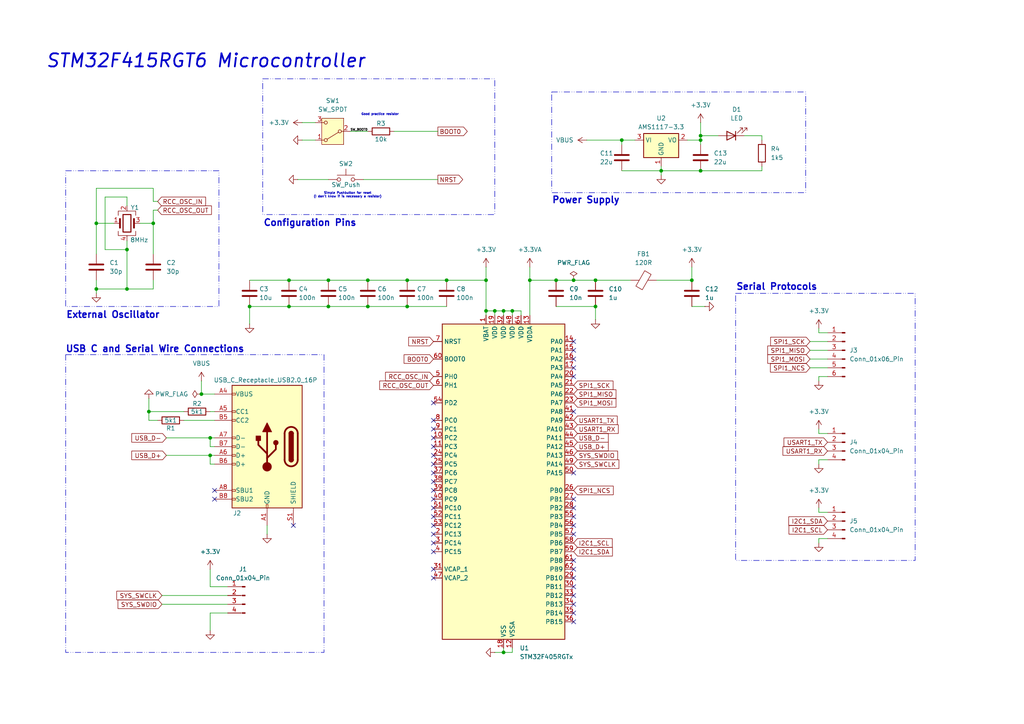
<source format=kicad_sch>
(kicad_sch (version 20250114) (generator "eeschema") (generator_version "9.0")
  (paper "A4")
  (title_block (title "SMT32 Serial Protocols Test") (date "2025-09-10") (rev "0.1") (company "Breno Soares Alves"))
  (lib_symbols
    (symbol "Connector:Conn_01x04_Pin" (pin_names (offset 1.016) (hide yes))
      (property "Reference" "J" (at 0 5.08 0))
      (property "Value" "Conn_01x04_Pin" (at 0 -7.62 0))
      (symbol "Conn_01x04_Pin_1_1"
        (rectangle (start 0.8636 2.667) (end 0 2.413) (stroke (width 0.1524)) (fill (type outline)))
        (rectangle (start 0.8636 0.127) (end 0 -0.127) (stroke (width 0.1524)) (fill (type outline)))
        (rectangle (start 0.8636 -2.413) (end 0 -2.667) (stroke (width 0.1524)) (fill (type outline)))
        (rectangle (start 0.8636 -4.953) (end 0 -5.207) (stroke (width 0.1524)) (fill (type outline)))
        (polyline (pts (xy 1.27 2.54) (xy 0.8636 2.54)) (stroke (width 0.1524)))
        (polyline (pts (xy 1.27 0) (xy 0.8636 0)) (stroke (width 0.1524)))
        (polyline (pts (xy 1.27 -2.54) (xy 0.8636 -2.54)) (stroke (width 0.1524)))
        (polyline (pts (xy 1.27 -5.08) (xy 0.8636 -5.08)) (stroke (width 0.1524)))
        (pin passive line (at 5.08 2.54 180) (length 3.81) (name "Pin_1") (number "1"))
        (pin passive line (at 5.08 0 180) (length 3.81) (name "Pin_2") (number "2"))
        (pin passive line (at 5.08 -2.54 180) (length 3.81) (name "Pin_3") (number "3"))
        (pin passive line (at 5.08 -5.08 180) (length 3.81) (name "Pin_4") (number "4"))
      )
    )
    (symbol "Connector:Conn_01x06_Pin" (pin_names (offset 1.016) (hide yes))
      (property "Reference" "J" (at 0 7.62 0))
      (property "Value" "Conn_01x06_Pin" (at 0 -10.16 0))
      (symbol "Conn_01x06_Pin_1_1"
        (rectangle (start 0.8636 5.207) (end 0 4.953) (stroke (width 0.1524)) (fill (type outline)))
        (rectangle (start 0.8636 2.667) (end 0 2.413) (stroke (width 0.1524)) (fill (type outline)))
        (rectangle (start 0.8636 0.127) (end 0 -0.127) (stroke (width 0.1524)) (fill (type outline)))
        (rectangle (start 0.8636 -2.413) (end 0 -2.667) (stroke (width 0.1524)) (fill (type outline)))
        (rectangle (start 0.8636 -4.953) (end 0 -5.207) (stroke (width 0.1524)) (fill (type outline)))
        (rectangle (start 0.8636 -7.493) (end 0 -7.747) (stroke (width 0.1524)) (fill (type outline)))
        (polyline (pts (xy 1.27 5.08) (xy 0.8636 5.08)) (stroke (width 0.1524)))
        (polyline (pts (xy 1.27 2.54) (xy 0.8636 2.54)) (stroke (width 0.1524)))
        (polyline (pts (xy 1.27 0) (xy 0.8636 0)) (stroke (width 0.1524)))
        (polyline (pts (xy 1.27 -2.54) (xy 0.8636 -2.54)) (stroke (width 0.1524)))
        (polyline (pts (xy 1.27 -5.08) (xy 0.8636 -5.08)) (stroke (width 0.1524)))
        (polyline (pts (xy 1.27 -7.62) (xy 0.8636 -7.62)) (stroke (width 0.1524)))
        (pin passive line (at 5.08 5.08 180) (length 3.81) (name "Pin_1") (number "1"))
        (pin passive line (at 5.08 2.54 180) (length 3.81) (name "Pin_2") (number "2"))
        (pin passive line (at 5.08 0 180) (length 3.81) (name "Pin_3") (number "3"))
        (pin passive line (at 5.08 -2.54 180) (length 3.81) (name "Pin_4") (number "4"))
        (pin passive line (at 5.08 -5.08 180) (length 3.81) (name "Pin_5") (number "5"))
        (pin passive line (at 5.08 -7.62 180) (length 3.81) (name "Pin_6") (number "6"))
      )
    )
    (symbol "Connector:USB_C_Receptacle_USB2.0_16P" (pin_names (offset 1.016))
      (property "Reference" "J" (at 0 22.225 0))
      (property "Value" "USB_C_Receptacle_USB2.0_16P" (at 0 19.685 0))
      (symbol "USB_C_Receptacle_USB2.0_16P_0_0"
        (rectangle (start -0.254 -17.78) (end 0.254 -16.764))
        (rectangle (start 10.16 15.494) (end 9.144 14.986))
        (rectangle (start 10.16 10.414) (end 9.144 9.906))
        (rectangle (start 10.16 7.874) (end 9.144 7.366))
        (rectangle (start 10.16 2.794) (end 9.144 2.286))
        (rectangle (start 10.16 0.254) (end 9.144 -0.254))
        (rectangle (start 10.16 -2.286) (end 9.144 -2.794))
        (rectangle (start 10.16 -4.826) (end 9.144 -5.334))
        (rectangle (start 10.16 -12.446) (end 9.144 -12.954))
        (rectangle (start 10.16 -14.986) (end 9.144 -15.494))
      )
      (symbol "USB_C_Receptacle_USB2.0_16P_0_1"
        (rectangle (start -10.16 17.78) (end 10.16 -17.78) (stroke (width 0.254)) (fill (type background)))
        (polyline (pts (xy -8.89 -3.81) (xy -8.89 3.81)) (stroke (width 0.508)))
        (rectangle (start -7.62 -3.81) (end -6.35 3.81) (stroke (width 0.254)) (fill (type outline)))
        (arc (start -7.62 3.81) (mid -6.985 4.4423) (end -6.35 3.81) (stroke (width 0.254)))
        (arc (start -7.62 3.81) (mid -6.985 4.4423) (end -6.35 3.81) (stroke (width 0.254)) (fill (type outline)))
        (arc (start -8.89 3.81) (mid -6.985 5.7067) (end -5.08 3.81) (stroke (width 0.508)))
        (arc (start -5.08 -3.81) (mid -6.985 -5.7067) (end -8.89 -3.81) (stroke (width 0.508)))
        (arc (start -6.35 -3.81) (mid -6.985 -4.4423) (end -7.62 -3.81) (stroke (width 0.254)))
        (arc (start -6.35 -3.81) (mid -6.985 -4.4423) (end -7.62 -3.81) (stroke (width 0.254)) (fill (type outline)))
        (polyline (pts (xy -5.08 3.81) (xy -5.08 -3.81)) (stroke (width 0.508)))
        (circle (center -2.54 1.143) (radius 0.635) (stroke (width 0.254)) (fill (type outline)))
        (polyline (pts (xy -1.27 4.318) (xy 0 6.858) (xy 1.27 4.318) (xy -1.27 4.318)) (stroke (width 0.254)) (fill (type outline)))
        (polyline (pts (xy 0 -2.032) (xy 2.54 0.508) (xy 2.54 1.778)) (stroke (width 0.508)))
        (polyline (pts (xy 0 -3.302) (xy -2.54 -0.762) (xy -2.54 0.508)) (stroke (width 0.508)))
        (polyline (pts (xy 0 -5.842) (xy 0 4.318)) (stroke (width 0.508)))
        (circle (center 0 -5.842) (radius 1.27) (fill (type outline)))
        (rectangle (start 1.905 1.778) (end 3.175 3.048) (stroke (width 0.254)) (fill (type outline)))
      )
      (symbol "USB_C_Receptacle_USB2.0_16P_1_1"
        (pin passive line (at -7.62 -22.86 90) (length 5.08) (name "SHIELD") (number "S1"))
        (pin passive line (at 0 -22.86 90) (length 5.08) (name "GND") (number "A1"))
        (pin passive line (at 0 -22.86 90) (length 5.08) (hide yes) (name "GND") (number "A12"))
        (pin passive line (at 0 -22.86 90) (length 5.08) (hide yes) (name "GND") (number "B1"))
        (pin passive line (at 0 -22.86 90) (length 5.08) (hide yes) (name "GND") (number "B12"))
        (pin passive line (at 15.24 15.24 180) (length 5.08) (name "VBUS") (number "A4"))
        (pin passive line (at 15.24 15.24 180) (length 5.08) (hide yes) (name "VBUS") (number "A9"))
        (pin passive line (at 15.24 15.24 180) (length 5.08) (hide yes) (name "VBUS") (number "B4"))
        (pin passive line (at 15.24 15.24 180) (length 5.08) (hide yes) (name "VBUS") (number "B9"))
        (pin bidirectional line (at 15.24 10.16 180) (length 5.08) (name "CC1") (number "A5"))
        (pin bidirectional line (at 15.24 7.62 180) (length 5.08) (name "CC2") (number "B5"))
        (pin bidirectional line (at 15.24 2.54 180) (length 5.08) (name "D-") (number "A7"))
        (pin bidirectional line (at 15.24 0 180) (length 5.08) (name "D-") (number "B7"))
        (pin bidirectional line (at 15.24 -2.54 180) (length 5.08) (name "D+") (number "A6"))
        (pin bidirectional line (at 15.24 -5.08 180) (length 5.08) (name "D+") (number "B6"))
        (pin bidirectional line (at 15.24 -12.7 180) (length 5.08) (name "SBU1") (number "A8"))
        (pin bidirectional line (at 15.24 -15.24 180) (length 5.08) (name "SBU2") (number "B8"))
      )
    )
    (symbol "Device:C" (pin_numbers (hide yes)) (pin_names (offset 0.254))
      (property "Reference" "C" (at 0.635 2.54 0))
      (property "Value" "C" (at 0.635 -2.54 0))
      (symbol "C_0_1"
        (polyline (pts (xy -2.032 0.762) (xy 2.032 0.762)) (stroke (width 0.508)))
        (polyline (pts (xy -2.032 -0.762) (xy 2.032 -0.762)) (stroke (width 0.508)))
      )
      (symbol "C_1_1"
        (pin passive line (at 0 3.81 270) (length 2.794) (name "~") (number "1"))
        (pin passive line (at 0 -3.81 90) (length 2.794) (name "~") (number "2"))
      )
    )
    (symbol "Device:Crystal_GND24" (pin_names (offset 1.016) (hide yes))
      (property "Reference" "Y" (at 3.175 5.08 0))
      (property "Value" "Crystal_GND24" (at 3.175 3.175 0))
      (symbol "Crystal_GND24_0_1"
        (polyline (pts (xy -2.54 2.286) (xy -2.54 3.556) (xy 2.54 3.556) (xy 2.54 2.286)))
        (polyline (pts (xy -2.54 0) (xy -2.032 0)))
        (polyline (pts (xy -2.54 -2.286) (xy -2.54 -3.556) (xy 2.54 -3.556) (xy 2.54 -2.286)))
        (polyline (pts (xy -2.032 -1.27) (xy -2.032 1.27)) (stroke (width 0.508)))
        (rectangle (start -1.143 2.54) (end 1.143 -2.54) (stroke (width 0.3048)))
        (polyline (pts (xy 0 3.556) (xy 0 3.81)))
        (polyline (pts (xy 0 -3.81) (xy 0 -3.556)))
        (polyline (pts (xy 2.032 0) (xy 2.54 0)))
        (polyline (pts (xy 2.032 -1.27) (xy 2.032 1.27)) (stroke (width 0.508)))
      )
      (symbol "Crystal_GND24_1_1"
        (pin passive line (at -3.81 0 0) (length 1.27) (name "1") (number "1"))
        (pin passive line (at 0 5.08 270) (length 1.27) (name "2") (number "2"))
        (pin passive line (at 0 -5.08 90) (length 1.27) (name "4") (number "4"))
        (pin passive line (at 3.81 0 180) (length 1.27) (name "3") (number "3"))
      )
    )
    (symbol "Device:FerriteBead" (pin_numbers (hide yes)) (pin_names (offset 0))
      (property "Reference" "FB" (at -3.81 0.635 90))
      (property "Value" "FerriteBead" (at 3.81 0 90))
      (symbol "FerriteBead_0_1"
        (polyline (pts (xy -2.7686 0.4064) (xy -1.7018 2.2606) (xy 2.7686 -0.3048) (xy 1.6764 -2.159) (xy -2.7686 0.4064)))
        (polyline (pts (xy 0 1.27) (xy 0 1.2954)))
        (polyline (pts (xy 0 -1.27) (xy 0 -1.2192)))
      )
      (symbol "FerriteBead_1_1"
        (pin passive line (at 0 3.81 270) (length 2.54) (name "~") (number "1"))
        (pin passive line (at 0 -3.81 90) (length 2.54) (name "~") (number "2"))
      )
    )
    (symbol "Device:LED" (pin_numbers (hide yes)) (pin_names (offset 1.016) (hide yes))
      (property "Reference" "D" (at 0 2.54 0))
      (property "Value" "LED" (at 0 -2.54 0))
      (symbol "LED_0_1"
        (polyline (pts (xy -3.048 -0.762) (xy -4.572 -2.286) (xy -3.81 -2.286) (xy -4.572 -2.286) (xy -4.572 -1.524)))
        (polyline (pts (xy -1.778 -0.762) (xy -3.302 -2.286) (xy -2.54 -2.286) (xy -3.302 -2.286) (xy -3.302 -1.524)))
        (polyline (pts (xy -1.27 0) (xy 1.27 0)))
        (polyline (pts (xy -1.27 -1.27) (xy -1.27 1.27)) (stroke (width 0.254)))
        (polyline (pts (xy 1.27 -1.27) (xy 1.27 1.27) (xy -1.27 0) (xy 1.27 -1.27)) (stroke (width 0.254)))
      )
      (symbol "LED_1_1"
        (pin passive line (at -3.81 0 0) (length 2.54) (name "K") (number "1"))
        (pin passive line (at 3.81 0 180) (length 2.54) (name "A") (number "2"))
      )
    )
    (symbol "Device:R" (pin_numbers (hide yes)) (pin_names (offset 0))
      (property "Reference" "R" (at 2.032 0 90))
      (property "Value" "R" (at 0 0 90))
      (symbol "R_0_1"
        (rectangle (start -1.016 -2.54) (end 1.016 2.54) (stroke (width 0.254)))
      )
      (symbol "R_1_1"
        (pin passive line (at 0 3.81 270) (length 1.27) (name "~") (number "1"))
        (pin passive line (at 0 -3.81 90) (length 1.27) (name "~") (number "2"))
      )
    )
    (symbol "MCU_ST_STM32F4:STM32F405RGTx"
      (property "Reference" "U" (at -17.78 46.99 0))
      (property "Value" "STM32F405RGTx" (at 10.16 46.99 0))
      (symbol "STM32F405RGTx_0_1"
        (rectangle (start -17.78 -45.72) (end 17.78 45.72) (stroke (width 0.254)) (fill (type background)))
      )
      (symbol "STM32F405RGTx_1_1"
        (pin input line (at -20.32 40.64 0) (length 2.54) (name "NRST") (number "7"))
        (pin input line (at -20.32 35.56 0) (length 2.54) (name "BOOT0") (number "60"))
        (pin bidirectional line (at -20.32 30.48 0) (length 2.54) (name "PH0") (number "5"))
        (pin bidirectional line (at -20.32 27.94 0) (length 2.54) (name "PH1") (number "6"))
        (pin bidirectional line (at -20.32 22.86 0) (length 2.54) (name "PD2") (number "54"))
        (pin bidirectional line (at -20.32 17.78 0) (length 2.54) (name "PC0") (number "8"))
        (pin bidirectional line (at -20.32 15.24 0) (length 2.54) (name "PC1") (number "9"))
        (pin bidirectional line (at -20.32 12.7 0) (length 2.54) (name "PC2") (number "10"))
        (pin bidirectional line (at -20.32 10.16 0) (length 2.54) (name "PC3") (number "11"))
        (pin bidirectional line (at -20.32 7.62 0) (length 2.54) (name "PC4") (number "24"))
        (pin bidirectional line (at -20.32 5.08 0) (length 2.54) (name "PC5") (number "25"))
        (pin bidirectional line (at -20.32 2.54 0) (length 2.54) (name "PC6") (number "37"))
        (pin bidirectional line (at -20.32 0 0) (length 2.54) (name "PC7") (number "38"))
        (pin bidirectional line (at -20.32 -2.54 0) (length 2.54) (name "PC8") (number "39"))
        (pin bidirectional line (at -20.32 -5.08 0) (length 2.54) (name "PC9") (number "40"))
        (pin bidirectional line (at -20.32 -7.62 0) (length 2.54) (name "PC10") (number "51"))
        (pin bidirectional line (at -20.32 -10.16 0) (length 2.54) (name "PC11") (number "52"))
        (pin bidirectional line (at -20.32 -12.7 0) (length 2.54) (name "PC12") (number "53"))
        (pin bidirectional line (at -20.32 -15.24 0) (length 2.54) (name "PC13") (number "2"))
        (pin bidirectional line (at -20.32 -17.78 0) (length 2.54) (name "PC14") (number "3"))
        (pin bidirectional line (at -20.32 -20.32 0) (length 2.54) (name "PC15") (number "4"))
        (pin power_out line (at -20.32 -25.4 0) (length 2.54) (name "VCAP_1") (number "31"))
        (pin power_out line (at -20.32 -27.94 0) (length 2.54) (name "VCAP_2") (number "47"))
        (pin power_in line (at -5.08 48.26 270) (length 2.54) (name "VBAT") (number "1"))
        (pin power_in line (at -2.54 48.26 270) (length 2.54) (name "VDD") (number "19"))
        (pin power_in line (at 0 48.26 270) (length 2.54) (name "VDD") (number "32"))
        (pin power_in line (at 0 -48.26 90) (length 2.54) (name "VSS") (number "18"))
        (pin passive line (at 0 -48.26 90) (length 2.54) (hide yes) (name "VSS") (number "63"))
        (pin power_in line (at 2.54 48.26 270) (length 2.54) (name "VDD") (number "48"))
        (pin power_in line (at 2.54 -48.26 90) (length 2.54) (name "VSSA") (number "12"))
        (pin power_in line (at 5.08 48.26 270) (length 2.54) (name "VDD") (number "64"))
        (pin power_in line (at 7.62 48.26 270) (length 2.54) (name "VDDA") (number "13"))
        (pin bidirectional line (at 20.32 40.64 180) (length 2.54) (name "PA0") (number "14"))
        (pin bidirectional line (at 20.32 38.1 180) (length 2.54) (name "PA1") (number "15"))
        (pin bidirectional line (at 20.32 35.56 180) (length 2.54) (name "PA2") (number "16"))
        (pin bidirectional line (at 20.32 33.02 180) (length 2.54) (name "PA3") (number "17"))
        (pin bidirectional line (at 20.32 30.48 180) (length 2.54) (name "PA4") (number "20"))
        (pin bidirectional line (at 20.32 27.94 180) (length 2.54) (name "PA5") (number "21"))
        (pin bidirectional line (at 20.32 25.4 180) (length 2.54) (name "PA6") (number "22"))
        (pin bidirectional line (at 20.32 22.86 180) (length 2.54) (name "PA7") (number "23"))
        (pin bidirectional line (at 20.32 20.32 180) (length 2.54) (name "PA8") (number "41"))
        (pin bidirectional line (at 20.32 17.78 180) (length 2.54) (name "PA9") (number "42"))
        (pin bidirectional line (at 20.32 15.24 180) (length 2.54) (name "PA10") (number "43"))
        (pin bidirectional line (at 20.32 12.7 180) (length 2.54) (name "PA11") (number "44"))
        (pin bidirectional line (at 20.32 10.16 180) (length 2.54) (name "PA12") (number "45"))
        (pin bidirectional line (at 20.32 7.62 180) (length 2.54) (name "PA13") (number "46"))
        (pin bidirectional line (at 20.32 5.08 180) (length 2.54) (name "PA14") (number "49"))
        (pin bidirectional line (at 20.32 2.54 180) (length 2.54) (name "PA15") (number "50"))
        (pin bidirectional line (at 20.32 -2.54 180) (length 2.54) (name "PB0") (number "26"))
        (pin bidirectional line (at 20.32 -5.08 180) (length 2.54) (name "PB1") (number "27"))
        (pin bidirectional line (at 20.32 -7.62 180) (length 2.54) (name "PB2") (number "28"))
        (pin bidirectional line (at 20.32 -10.16 180) (length 2.54) (name "PB3") (number "55"))
        (pin bidirectional line (at 20.32 -12.7 180) (length 2.54) (name "PB4") (number "56"))
        (pin bidirectional line (at 20.32 -15.24 180) (length 2.54) (name "PB5") (number "57"))
        (pin bidirectional line (at 20.32 -17.78 180) (length 2.54) (name "PB6") (number "58"))
        (pin bidirectional line (at 20.32 -20.32 180) (length 2.54) (name "PB7") (number "59"))
        (pin bidirectional line (at 20.32 -22.86 180) (length 2.54) (name "PB8") (number "61"))
        (pin bidirectional line (at 20.32 -25.4 180) (length 2.54) (name "PB9") (number "62"))
        (pin bidirectional line (at 20.32 -27.94 180) (length 2.54) (name "PB10") (number "29"))
        (pin bidirectional line (at 20.32 -30.48 180) (length 2.54) (name "PB11") (number "30"))
        (pin bidirectional line (at 20.32 -33.02 180) (length 2.54) (name "PB12") (number "33"))
        (pin bidirectional line (at 20.32 -35.56 180) (length 2.54) (name "PB13") (number "34"))
        (pin bidirectional line (at 20.32 -38.1 180) (length 2.54) (name "PB14") (number "35"))
        (pin bidirectional line (at 20.32 -40.64 180) (length 2.54) (name "PB15") (number "36"))
      )
    )
    (symbol "Regulator_Linear:AMS1117-3.3"
      (property "Reference" "U" (at -3.81 3.175 0))
      (property "Value" "AMS1117-3.3" (at 0 3.175 0))
      (symbol "AMS1117-3.3_0_1"
        (rectangle (start -5.08 -5.08) (end 5.08 1.905) (stroke (width 0.254)) (fill (type background)))
      )
      (symbol "AMS1117-3.3_1_1"
        (pin power_in line (at -7.62 0 0) (length 2.54) (name "VI") (number "3"))
        (pin power_in line (at 0 -7.62 90) (length 2.54) (name "GND") (number "1"))
        (pin power_out line (at 7.62 0 180) (length 2.54) (name "VO") (number "2"))
      )
    )
    (symbol "Switch:SW_Push" (pin_numbers (hide yes)) (pin_names (offset 1.016) (hide yes))
      (property "Reference" "SW" (at 1.27 2.54 0))
      (property "Value" "SW_Push" (at 0 -1.524 0))
      (symbol "SW_Push_0_1"
        (circle (center -2.032 0) (radius 0.508))
        (polyline (pts (xy 0 1.27) (xy 0 3.048)))
        (circle (center 2.032 0) (radius 0.508))
        (polyline (pts (xy 2.54 1.27) (xy -2.54 1.27)))
        (pin passive line (at -5.08 0 0) (length 2.54) (name "1") (number "1"))
        (pin passive line (at 5.08 0 180) (length 2.54) (name "2") (number "2"))
      )
    )
    (symbol "Switch:SW_SPDT" (pin_names (offset 0) (hide yes))
      (property "Reference" "SW" (at 0 5.08 0))
      (property "Value" "SW_SPDT" (at 0 -5.08 0))
      (symbol "SW_SPDT_0_1"
        (circle (center -2.032 0) (radius 0.4572))
        (polyline (pts (xy -1.651 0.254) (xy 1.651 2.286)))
        (circle (center 2.032 2.54) (radius 0.4572))
        (circle (center 2.032 -2.54) (radius 0.4572))
      )
      (symbol "SW_SPDT_1_1"
        (rectangle (start -3.175 3.81) (end 3.175 -3.81) (fill (type background)))
        (pin passive line (at -5.08 0 0) (length 2.54) (name "B") (number "2"))
        (pin passive line (at 5.08 2.54 180) (length 2.54) (name "A") (number "1"))
        (pin passive line (at 5.08 -2.54 180) (length 2.54) (name "C") (number "3"))
      )
    )
    (symbol "power:+3.3V" (power) (pin_numbers (hide yes)) (pin_names (offset 0) (hide yes))
      (property "Value" "+3.3V" (at 0 3.556 0))
      (symbol "+3.3V_0_1"
        (polyline (pts (xy -0.762 1.27) (xy 0 2.54)))
        (polyline (pts (xy 0 2.54) (xy 0.762 1.27)))
        (polyline (pts (xy 0 0) (xy 0 2.54)))
      )
      (symbol "+3.3V_1_1"
        (pin power_in line (at 0 0 90) (length 0) (name "~") (number "1"))
      )
    )
    (symbol "power:+3.3VA" (power) (pin_numbers (hide yes)) (pin_names (offset 0) (hide yes))
      (property "Value" "+3.3VA" (at 0 3.556 0))
      (symbol "+3.3VA_0_1"
        (polyline (pts (xy -0.762 1.27) (xy 0 2.54)))
        (polyline (pts (xy 0 2.54) (xy 0.762 1.27)))
        (polyline (pts (xy 0 0) (xy 0 2.54)))
      )
      (symbol "+3.3VA_1_1"
        (pin power_in line (at 0 0 90) (length 0) (name "~") (number "1"))
      )
    )
    (symbol "power:GND" (power) (pin_numbers (hide yes)) (pin_names (offset 0) (hide yes))
      (property "Value" "GND" (at 0 -3.81 0))
      (symbol "GND_0_1"
        (polyline (pts (xy 0 0) (xy 0 -1.27) (xy 1.27 -1.27) (xy 0 -2.54) (xy -1.27 -1.27) (xy 0 -1.27)))
      )
      (symbol "GND_1_1"
        (pin power_in line (at 0 0 270) (length 0) (name "~") (number "1"))
      )
    )
    (symbol "power:PWR_FLAG" (power) (pin_numbers (hide yes)) (pin_names (offset 0) (hide yes))
      (property "Value" "PWR_FLAG" (at 0 3.81 0))
      (symbol "PWR_FLAG_0_0"
        (pin power_out line (at 0 0 90) (length 0) (name "~") (number "1"))
      )
      (symbol "PWR_FLAG_0_1"
        (polyline (pts (xy 0 0) (xy 0 1.27) (xy -1.016 1.905) (xy 0 2.54) (xy 1.016 1.905) (xy 0 1.27)))
      )
    )
    (symbol "power:VBUS" (power) (pin_numbers (hide yes)) (pin_names (offset 0) (hide yes))
      (property "Value" "VBUS" (at 0 3.556 0))
      (symbol "VBUS_0_1"
        (polyline (pts (xy -0.762 1.27) (xy 0 2.54)))
        (polyline (pts (xy 0 2.54) (xy 0.762 1.27)))
        (polyline (pts (xy 0 0) (xy 0 2.54)))
      )
      (symbol "VBUS_1_1"
        (pin power_in line (at 0 0 90) (length 0) (name "~") (number "1"))
      )
    )
  )
  (rectangle (start 19.05 49.53) (end 63.5 88.9) (stroke (width 0) (type dash_dot_dot)))
  (rectangle (start 213.36 85.09) (end 265.43 162.56) (stroke (width 0) (type dash_dot_dot)))
  (rectangle (start 76.2 22.86) (end 143.51 62.23) (stroke (width 0) (type dash_dot_dot)))
  (rectangle (start 19.05 102.87) (end 93.98 189.23) (stroke (width 0) (type dash_dot_dot)))
  (rectangle (start 160.02 26.67) (end 233.68 55.88) (stroke (width 0) (type dash_dot_dot)))
  (text "Good practice resistor" (at 110.236 33.274 0) (effects (font (size 0.635 0.635))))
  (text "Configuration Pins" (at 89.916 64.77 0) (effects (font (size 1.905 1.905) (thickness 0.381) (bold yes))))
  (text "STM32F415RGT6 Microcontroller" (at 59.69 17.78 0) (effects (font (size 3.81 3.81) (thickness 0.508) (bold yes) (italic yes))))
  (text "USB C and Serial Wire Connections" (at 44.958 101.346 0) (effects (font (size 1.905 1.905) (thickness 0.381) (bold yes))))
  (text "External Oscillator" (at 32.766 91.44 0) (effects (font (size 1.905 1.905) (thickness 0.381) (bold yes))))
  (text "Serial Protocols" (at 225.298 83.312 0) (effects (font (size 1.905 1.905) (thickness 0.381) (bold yes))))
  (text "Simple Pushbutton for reset\n(I don't know if is necessary a resistor)" (at 100.838 56.642 0) (effects (font (size 0.635 0.635))))
  (text "Power Supply" (at 169.926 58.166 0) (effects (font (size 1.905 1.905) (thickness 0.381) (bold yes))))
  (junction (at 44.45 64.77))
  (junction (at 106.68 81.28))
  (junction (at 172.72 81.28))
  (junction (at 36.83 83.82))
  (junction (at 60.96 127))
  (junction (at 180.34 40.64))
  (junction (at 140.97 90.17))
  (junction (at 153.67 81.28))
  (junction (at 43.18 119.38))
  (junction (at 191.77 49.53))
  (junction (at 129.54 81.28))
  (junction (at 146.05 189.23))
  (junction (at 143.51 90.17))
  (junction (at 148.59 90.17))
  (junction (at 58.42 114.3))
  (junction (at 118.11 81.28))
  (junction (at 27.94 83.82))
  (junction (at 118.11 88.9))
  (junction (at 166.37 81.28))
  (junction (at 95.25 81.28))
  (junction (at 72.39 88.9))
  (junction (at 106.68 88.9))
  (junction (at 203.2 39.37))
  (junction (at 83.82 81.28))
  (junction (at 161.29 81.28))
  (junction (at 27.94 64.77))
  (junction (at 60.96 132.08))
  (junction (at 36.83 72.39))
  (junction (at 200.66 81.28))
  (junction (at 203.2 40.64))
  (junction (at 140.97 81.28))
  (junction (at 146.05 90.17))
  (junction (at 203.2 49.53))
  (junction (at 83.82 88.9))
  (junction (at 95.25 88.9))
  (junction (at 172.72 88.9))
  (no_connect (at 85.09 152.4))
  (no_connect (at 166.37 170.18))
  (no_connect (at 125.73 134.62))
  (no_connect (at 125.73 129.54))
  (no_connect (at 125.73 147.32))
  (no_connect (at 125.73 132.08))
  (no_connect (at 166.37 137.16))
  (no_connect (at 166.37 104.14))
  (no_connect (at 125.73 142.24))
  (no_connect (at 125.73 154.94))
  (no_connect (at 166.37 152.4))
  (no_connect (at 166.37 101.6))
  (no_connect (at 125.73 157.48))
  (no_connect (at 166.37 154.94))
  (no_connect (at 62.23 144.78))
  (no_connect (at 62.23 142.24))
  (no_connect (at 125.73 160.02))
  (no_connect (at 166.37 167.64))
  (no_connect (at 125.73 165.1))
  (no_connect (at 125.73 127))
  (no_connect (at 166.37 175.26))
  (no_connect (at 166.37 180.34))
  (no_connect (at 166.37 162.56))
  (no_connect (at 125.73 167.64))
  (no_connect (at 125.73 149.86))
  (no_connect (at 166.37 99.06))
  (no_connect (at 125.73 121.92))
  (no_connect (at 166.37 149.86))
  (no_connect (at 125.73 124.46))
  (no_connect (at 166.37 172.72))
  (no_connect (at 166.37 109.22))
  (no_connect (at 125.73 139.7))
  (no_connect (at 125.73 152.4))
  (no_connect (at 166.37 147.32))
  (no_connect (at 166.37 177.8))
  (no_connect (at 125.73 144.78))
  (no_connect (at 166.37 165.1))
  (no_connect (at 166.37 119.38))
  (no_connect (at 166.37 106.68))
  (no_connect (at 166.37 144.78))
  (no_connect (at 125.73 116.84))
  (no_connect (at 125.73 137.16))
  (wire (pts (xy 87.63 35.56) (xy 91.44 35.56)))
  (wire (pts (xy 27.94 83.82) (xy 36.83 83.82)))
  (wire (pts (xy 83.82 88.9) (xy 95.25 88.9)))
  (wire (pts (xy 33.02 64.77) (xy 27.94 64.77)))
  (wire (pts (xy 220.98 39.37) (xy 220.98 40.64)))
  (wire (pts (xy 237.49 157.48) (xy 237.49 156.21)))
  (wire (pts (xy 166.37 81.28) (xy 172.72 81.28)))
  (wire (pts (xy 44.45 83.82) (xy 44.45 81.28)))
  (wire (pts (xy 220.98 49.53) (xy 203.2 49.53)))
  (wire (pts (xy 203.2 39.37) (xy 208.28 39.37)))
  (wire (pts (xy 95.25 88.9) (xy 106.68 88.9)))
  (wire (pts (xy 180.34 40.64) (xy 180.34 41.91)))
  (wire (pts (xy 36.83 57.15) (xy 30.48 57.15)))
  (wire (pts (xy 60.96 177.8) (xy 66.04 177.8)))
  (wire (pts (xy 148.59 189.23) (xy 148.59 187.96)))
  (wire (pts (xy 237.49 124.46) (xy 237.49 125.73)))
  (wire (pts (xy 180.34 49.53) (xy 191.77 49.53)))
  (wire (pts (xy 148.59 91.44) (xy 148.59 90.17)))
  (wire (pts (xy 30.48 72.39) (xy 36.83 72.39)))
  (wire (pts (xy 106.68 81.28) (xy 118.11 81.28)))
  (wire (pts (xy 129.54 81.28) (xy 140.97 81.28)))
  (wire (pts (xy 44.45 64.77) (xy 44.45 73.66)))
  (wire (pts (xy 118.11 81.28) (xy 129.54 81.28)))
  (wire (pts (xy 48.26 132.08) (xy 60.96 132.08)))
  (wire (pts (xy 203.2 35.56) (xy 203.2 39.37)))
  (wire (pts (xy 106.68 88.9) (xy 118.11 88.9)))
  (wire (pts (xy 143.51 189.23) (xy 146.05 189.23)))
  (wire (pts (xy 153.67 81.28) (xy 153.67 91.44)))
  (wire (pts (xy 58.42 114.3) (xy 58.42 110.49)))
  (wire (pts (xy 237.49 133.35) (xy 240.03 133.35)))
  (wire (pts (xy 53.34 121.92) (xy 62.23 121.92)))
  (wire (pts (xy 143.51 91.44) (xy 143.51 90.17)))
  (wire (pts (xy 45.72 121.92) (xy 43.18 121.92)))
  (wire (pts (xy 105.41 52.07) (xy 127 52.07)))
  (wire (pts (xy 203.2 40.64) (xy 203.2 41.91)))
  (wire (pts (xy 43.18 121.92) (xy 43.18 119.38)))
  (wire (pts (xy 43.18 119.38) (xy 53.34 119.38)))
  (wire (pts (xy 234.95 104.14) (xy 240.03 104.14)))
  (wire (pts (xy 143.51 90.17) (xy 140.97 90.17)))
  (wire (pts (xy 146.05 90.17) (xy 143.51 90.17)))
  (wire (pts (xy 36.83 83.82) (xy 44.45 83.82)))
  (wire (pts (xy 237.49 125.73) (xy 240.03 125.73)))
  (wire (pts (xy 237.49 110.49) (xy 237.49 109.22)))
  (wire (pts (xy 114.3 38.1) (xy 127 38.1)))
  (wire (pts (xy 146.05 91.44) (xy 146.05 90.17)))
  (wire (pts (xy 140.97 90.17) (xy 140.97 91.44)))
  (wire (pts (xy 36.83 72.39) (xy 36.83 83.82)))
  (wire (pts (xy 43.18 115.57) (xy 43.18 119.38)))
  (wire (pts (xy 237.49 95.25) (xy 237.49 96.52)))
  (wire (pts (xy 60.96 127) (xy 62.23 127)))
  (wire (pts (xy 191.77 49.53) (xy 191.77 48.26)))
  (wire (pts (xy 86.36 52.07) (xy 95.25 52.07)))
  (wire (pts (xy 172.72 88.9) (xy 172.72 92.71)))
  (wire (pts (xy 237.49 96.52) (xy 240.03 96.52)))
  (wire (pts (xy 44.45 60.96) (xy 45.72 60.96)))
  (wire (pts (xy 60.96 132.08) (xy 60.96 134.62)))
  (wire (pts (xy 72.39 81.28) (xy 83.82 81.28)))
  (wire (pts (xy 27.94 83.82) (xy 27.94 85.09)))
  (wire (pts (xy 60.96 132.08) (xy 62.23 132.08)))
  (wire (pts (xy 170.18 40.64) (xy 180.34 40.64)))
  (wire (pts (xy 60.96 182.88) (xy 60.96 177.8)))
  (wire (pts (xy 30.48 57.15) (xy 30.48 72.39)))
  (wire (pts (xy 36.83 69.85) (xy 36.83 72.39)))
  (wire (pts (xy 237.49 109.22) (xy 240.03 109.22)))
  (wire (pts (xy 101.6 38.1) (xy 106.68 38.1)))
  (wire (pts (xy 237.49 156.21) (xy 240.03 156.21)))
  (wire (pts (xy 151.13 90.17) (xy 148.59 90.17)))
  (wire (pts (xy 237.49 147.32) (xy 237.49 148.59)))
  (wire (pts (xy 161.29 81.28) (xy 166.37 81.28)))
  (wire (pts (xy 44.45 60.96) (xy 44.45 64.77)))
  (wire (pts (xy 60.96 129.54) (xy 62.23 129.54)))
  (wire (pts (xy 46.99 172.72) (xy 66.04 172.72)))
  (wire (pts (xy 234.95 99.06) (xy 240.03 99.06)))
  (wire (pts (xy 190.5 81.28) (xy 200.66 81.28)))
  (wire (pts (xy 27.94 64.77) (xy 27.94 54.61)))
  (wire (pts (xy 146.05 187.96) (xy 146.05 189.23)))
  (wire (pts (xy 237.49 148.59) (xy 240.03 148.59)))
  (wire (pts (xy 46.99 175.26) (xy 66.04 175.26)))
  (wire (pts (xy 44.45 54.61) (xy 44.45 58.42)))
  (wire (pts (xy 118.11 88.9) (xy 129.54 88.9)))
  (wire (pts (xy 140.97 77.47) (xy 140.97 81.28)))
  (wire (pts (xy 148.59 90.17) (xy 146.05 90.17)))
  (wire (pts (xy 191.77 49.53) (xy 191.77 50.8)))
  (wire (pts (xy 40.64 64.77) (xy 44.45 64.77)))
  (wire (pts (xy 200.66 77.47) (xy 200.66 81.28)))
  (wire (pts (xy 62.23 114.3) (xy 58.42 114.3)))
  (wire (pts (xy 199.39 40.64) (xy 203.2 40.64)))
  (wire (pts (xy 27.94 81.28) (xy 27.94 83.82)))
  (wire (pts (xy 60.96 134.62) (xy 62.23 134.62)))
  (wire (pts (xy 36.83 59.69) (xy 36.83 57.15)))
  (wire (pts (xy 146.05 189.23) (xy 148.59 189.23)))
  (wire (pts (xy 203.2 39.37) (xy 203.2 40.64)))
  (wire (pts (xy 140.97 81.28) (xy 140.97 90.17)))
  (wire (pts (xy 60.96 170.18) (xy 66.04 170.18)))
  (wire (pts (xy 83.82 81.28) (xy 95.25 81.28)))
  (wire (pts (xy 153.67 77.47) (xy 153.67 81.28)))
  (wire (pts (xy 77.47 152.4) (xy 77.47 154.94)))
  (wire (pts (xy 48.26 127) (xy 60.96 127)))
  (wire (pts (xy 200.66 88.9) (xy 204.47 88.9)))
  (wire (pts (xy 60.96 127) (xy 60.96 129.54)))
  (wire (pts (xy 44.45 58.42) (xy 45.72 58.42)))
  (wire (pts (xy 72.39 88.9) (xy 83.82 88.9)))
  (wire (pts (xy 220.98 48.26) (xy 220.98 49.53)))
  (wire (pts (xy 191.77 49.53) (xy 203.2 49.53)))
  (wire (pts (xy 237.49 134.62) (xy 237.49 133.35)))
  (wire (pts (xy 234.95 106.68) (xy 240.03 106.68)))
  (wire (pts (xy 161.29 88.9) (xy 172.72 88.9)))
  (wire (pts (xy 153.67 81.28) (xy 161.29 81.28)))
  (wire (pts (xy 180.34 40.64) (xy 184.15 40.64)))
  (wire (pts (xy 215.9 39.37) (xy 220.98 39.37)))
  (wire (pts (xy 234.95 101.6) (xy 240.03 101.6)))
  (wire (pts (xy 60.96 165.1) (xy 60.96 170.18)))
  (wire (pts (xy 172.72 81.28) (xy 182.88 81.28)))
  (wire (pts (xy 95.25 81.28) (xy 106.68 81.28)))
  (wire (pts (xy 87.63 40.64) (xy 91.44 40.64)))
  (wire (pts (xy 27.94 64.77) (xy 27.94 73.66)))
  (wire (pts (xy 151.13 91.44) (xy 151.13 90.17)))
  (wire (pts (xy 60.96 119.38) (xy 62.23 119.38)))
  (wire (pts (xy 72.39 88.9) (xy 72.39 93.98)))
  (wire (pts (xy 27.94 54.61) (xy 44.45 54.61)))
  (label "SW_BOOT0" (at 101.6 38.1 0) (effects (font (size 0.635 0.635))))
  (global_label "SPI1_MISO" (shape input) (at 166.37 114.3 0) (property "Intersheetrefs" "${INTERSHEET_REFS}" (effects (hide yes))))
  (global_label "USART1_TX" (shape input) (at 166.37 121.92 0) (property "Intersheetrefs" "${INTERSHEET_REFS}" (effects (hide yes))))
  (global_label "NRST" (shape output) (at 127 52.07 0) (property "Intersheetrefs" "${INTERSHEET_REFS}" (effects (hide yes))))
  (global_label "USART1_RX" (shape input) (at 240.03 130.81 180) (property "Intersheetrefs" "${INTERSHEET_REFS}" (effects (hide yes))))
  (global_label "USART1_RX" (shape input) (at 166.37 124.46 0) (property "Intersheetrefs" "${INTERSHEET_REFS}" (effects (hide yes))))
  (global_label "RCC_OSC_IN" (shape input) (at 45.72 58.42 0) (property "Intersheetrefs" "${INTERSHEET_REFS}" (effects (hide yes))))
  (global_label "I2C1_SDA" (shape input) (at 166.37 160.02 0) (property "Intersheetrefs" "${INTERSHEET_REFS}" (effects (hide yes))))
  (global_label "SPI1_NCS" (shape input) (at 234.95 106.68 180) (property "Intersheetrefs" "${INTERSHEET_REFS}" (effects (hide yes))))
  (global_label "I2C1_SCL" (shape input) (at 166.37 157.48 0) (property "Intersheetrefs" "${INTERSHEET_REFS}" (effects (hide yes))))
  (global_label "I2C1_SDA" (shape input) (at 240.03 151.13 180) (property "Intersheetrefs" "${INTERSHEET_REFS}" (effects (hide yes))))
  (global_label "SPI1_SCK" (shape input) (at 234.95 99.06 180) (property "Intersheetrefs" "${INTERSHEET_REFS}" (effects (hide yes))))
  (global_label "SYS_SWDIO" (shape input) (at 166.37 132.08 0) (property "Intersheetrefs" "${INTERSHEET_REFS}" (effects (hide yes))))
  (global_label "BOOT0" (shape input) (at 125.73 104.14 180) (property "Intersheetrefs" "${INTERSHEET_REFS}" (effects (hide yes))))
  (global_label "SPI1_SCK" (shape input) (at 166.37 111.76 0) (property "Intersheetrefs" "${INTERSHEET_REFS}" (effects (hide yes))))
  (global_label "BOOT0" (shape output) (at 127 38.1 0) (property "Intersheetrefs" "${INTERSHEET_REFS}" (effects (hide yes))))
  (global_label "USB_D+" (shape input) (at 48.26 132.08 180) (property "Intersheetrefs" "${INTERSHEET_REFS}" (effects (hide yes))))
  (global_label "USART1_TX" (shape input) (at 240.03 128.27 180) (property "Intersheetrefs" "${INTERSHEET_REFS}" (effects (hide yes))))
  (global_label "USB_D+" (shape input) (at 166.37 129.54 0) (property "Intersheetrefs" "${INTERSHEET_REFS}" (effects (hide yes))))
  (global_label "SYS_SWCLK" (shape input) (at 166.37 134.62 0) (property "Intersheetrefs" "${INTERSHEET_REFS}" (effects (hide yes))))
  (global_label "SPI1_MOSI" (shape input) (at 234.95 104.14 180) (property "Intersheetrefs" "${INTERSHEET_REFS}" (effects (hide yes))))
  (global_label "I2C1_SCL" (shape input) (at 240.03 153.67 180) (property "Intersheetrefs" "${INTERSHEET_REFS}" (effects (hide yes))))
  (global_label "RCC_OSC_OUT" (shape input) (at 45.72 60.96 0) (property "Intersheetrefs" "${INTERSHEET_REFS}" (effects (hide yes))))
  (global_label "RCC_OSC_OUT" (shape input) (at 125.73 111.76 180) (property "Intersheetrefs" "${INTERSHEET_REFS}" (effects (hide yes))))
  (global_label "SPI1_MOSI" (shape input) (at 166.37 116.84 0) (property "Intersheetrefs" "${INTERSHEET_REFS}" (effects (hide yes))))
  (global_label "SPI1_NCS" (shape input) (at 166.37 142.24 0) (property "Intersheetrefs" "${INTERSHEET_REFS}" (effects (hide yes))))
  (global_label "USB_D-" (shape input) (at 166.37 127 0) (property "Intersheetrefs" "${INTERSHEET_REFS}" (effects (hide yes))))
  (global_label "NRST" (shape input) (at 125.73 99.06 180) (property "Intersheetrefs" "${INTERSHEET_REFS}" (effects (hide yes))))
  (global_label "SPI1_MISO" (shape input) (at 234.95 101.6 180) (property "Intersheetrefs" "${INTERSHEET_REFS}" (effects (hide yes))))
  (global_label "RCC_OSC_IN" (shape input) (at 125.73 109.22 180) (property "Intersheetrefs" "${INTERSHEET_REFS}" (effects (hide yes))))
  (global_label "SYS_SWCLK" (shape input) (at 46.99 172.72 180) (property "Intersheetrefs" "${INTERSHEET_REFS}" (effects (hide yes))))
  (global_label "SYS_SWDIO" (shape input) (at 46.99 175.26 180) (property "Intersheetrefs" "${INTERSHEET_REFS}" (effects (hide yes))))
  (global_label "USB_D-" (shape input) (at 48.26 127 180) (property "Intersheetrefs" "${INTERSHEET_REFS}" (effects (hide yes))))
  (symbol (lib_id "power:GND") (at 27.94 85.09 0) (unit 1)
    (property "Reference" "#PWR01" (effects (hide yes)))
    (property "Value" "GND" (effects (hide yes)))
    (property "Description" "Power symbol creates a global label with name \"GND\" , ground" (effects (hide yes)))
  )
  (symbol (lib_id "Switch:SW_SPDT") (at 96.52 38.1 180) (unit 1)
    (property "Reference" "SW1" (at 96.52 29.21 0))
    (property "Value" "SW_SPDT" (at 96.52 31.75 0))
    (property "Footprint" "Button_Switch_SMD:SW_SPDT_PCM12" (effects (hide yes)))
    (property "Description" "Switch, single pole double throw" (effects (hide yes)))
  )
  (symbol (lib_id "power:+3.3V") (at 87.63 35.56 90) (unit 1)
    (property "Reference" "#PWR09" (effects (hide yes)))
    (property "Value" "+3.3V" (at 83.82 35.5599 90) (effects (justify left)))
    (property "Description" "Power symbol creates a global label with name \"+3.3V\"" (effects (hide yes)))
  )
  (symbol (lib_id "Device:C") (at 72.39 85.09 0) (unit 1)
    (property "Reference" "C3" (at 75.184 83.82 0) (effects (justify left)))
    (property "Value" "10u" (at 75.184 86.36 0) (effects (justify left)))
    (property "Footprint" "Capacitor_SMD:C_1206_3216Metric" (effects (hide yes)))
    (property "Description" "Unpolarized capacitor" (effects (hide yes)))
  )
  (symbol (lib_id "power:GND") (at 172.72 92.71 0) (unit 1)
    (property "Reference" "#PWR015" (effects (hide yes)))
    (property "Value" "GND" (effects (hide yes)))
    (property "Description" "Power symbol creates a global label with name \"GND\" , ground" (effects (hide yes)))
  )
  (symbol (lib_id "power:+3.3VA") (at 153.67 77.47 0) (unit 1)
    (property "Reference" "#PWR013" (effects (hide yes)))
    (property "Value" "+3.3VA" (at 153.67 72.39 0))
    (property "Description" "Power symbol creates a global label with name \"+3.3VA\"" (effects (hide yes)))
  )
  (symbol (lib_id "Device:C") (at 129.54 85.09 0) (unit 1)
    (property "Reference" "C8" (at 132.334 83.82 0) (effects (justify left)))
    (property "Value" "100n" (at 132.334 86.36 0) (effects (justify left)))
    (property "Footprint" "Capacitor_SMD:C_0603_1608Metric" (effects (hide yes)))
    (property "Description" "Unpolarized capacitor" (effects (hide yes)))
  )
  (symbol (lib_id "Device:Crystal_GND24") (at 36.83 64.77 0) (unit 1)
    (property "Reference" "Y1" (at 39.116 60.198 0))
    (property "Value" "8MHz" (at 40.386 69.596 0))
    (property "Footprint" "Crystal:Crystal_SMD_3225-4Pin_3.2x2.5mm" (effects (hide yes)))
    (property "Description" "Four pin crystal, GND on pins 2 and 4" (effects (hide yes)))
  )
  (symbol (lib_id "power:GND") (at 60.96 182.88 0) (unit 1)
    (property "Reference" "#PWR05" (effects (hide yes)))
    (property "Value" "GND" (effects (hide yes)))
    (property "Description" "Power symbol creates a global label with name \"GND\" , ground" (effects (hide yes)))
  )
  (symbol (lib_id "power:GND") (at 43.18 115.57 180) (unit 1)
    (property "Reference" "#PWR02" (effects (hide yes)))
    (property "Value" "GND" (effects (hide yes)))
    (property "Description" "Power symbol creates a global label with name \"GND\" , ground" (effects (hide yes)))
  )
  (symbol (lib_id "power:GND") (at 72.39 93.98 0) (unit 1)
    (property "Reference" "#PWR06" (effects (hide yes)))
    (property "Value" "GND" (effects (hide yes)))
    (property "Description" "Power symbol creates a global label with name \"GND\" , ground" (effects (hide yes)))
  )
  (symbol (lib_id "Connector:USB_C_Receptacle_USB2.0_16P") (at 77.47 129.54 0) (mirror y) (unit 1)
    (property "Reference" "J2" (at 67.564 148.844 0) (effects (justify right)))
    (property "Value" "USB_C_Receptacle_USB2.0_16P" (at 61.976 110.236 0) (effects (justify right)))
    (property "Footprint" "Connector_USB:USB_C_Receptacle_CNCTech_C-ARA1-AK51X" (effects (hide yes)))
    (property "Datasheet" "https://www.usb.org/sites/default/files/documents/usb_type-c.zip" (effects (hide yes)))
    (property "Description" "USB 2.0-only 16P Type-C Receptacle connector" (effects (hide yes)))
  )
  (symbol (lib_id "power:GND") (at 191.77 50.8 0) (unit 1)
    (property "Reference" "#PWR016" (effects (hide yes)))
    (property "Value" "GND" (effects (hide yes)))
    (property "Description" "Power symbol creates a global label with name \"GND\" , ground" (effects (hide yes)))
  )
  (symbol (lib_id "Device:R") (at 220.98 44.45 0) (unit 1)
    (property "Reference" "R4" (at 223.52 43.1799 0) (effects (justify left)))
    (property "Value" "1k5" (at 223.52 45.7199 0) (effects (justify left)))
    (property "Footprint" "Resistor_SMD:R_0603_1608Metric" (effects (hide yes)))
    (property "Description" "Resistor" (effects (hide yes)))
  )
  (symbol (lib_id "power:+3.3V") (at 60.96 165.1 0) (unit 1)
    (property "Reference" "#PWR04" (effects (hide yes)))
    (property "Value" "+3.3V" (at 60.96 160.02 0))
    (property "Description" "Power symbol creates a global label with name \"+3.3V\"" (effects (hide yes)))
  )
  (symbol (lib_id "power:VBUS") (at 170.18 40.64 90) (unit 1)
    (property "Reference" "#PWR014" (effects (hide yes)))
    (property "Value" "VBUS" (at 166.37 40.6399 90) (effects (justify left)))
    (property "Description" "Power symbol creates a global label with name \"VBUS\"" (effects (hide yes)))
  )
  (symbol (lib_id "power:GND") (at 77.47 154.94 0) (unit 1)
    (property "Reference" "#PWR07" (effects (hide yes)))
    (property "Value" "GND" (effects (hide yes)))
    (property "Description" "Power symbol creates a global label with name \"GND\" , ground" (effects (hide yes)))
  )
  (symbol (lib_id "power:GND") (at 237.49 157.48 0) (unit 1)
    (property "Reference" "#PWR025" (effects (hide yes)))
    (property "Value" "GND" (effects (hide yes)))
    (property "Description" "Power symbol creates a global label with name \"GND\" , ground" (effects (hide yes)))
  )
  (symbol (lib_id "Device:C") (at 172.72 85.09 0) (unit 1)
    (property "Reference" "C10" (at 176.53 83.8199 0) (effects (justify left)))
    (property "Value" "1u" (at 176.53 86.3599 0) (effects (justify left)))
    (property "Footprint" "Capacitor_SMD:C_1206_3216Metric" (effects (hide yes)))
    (property "Description" "Unpolarized capacitor" (effects (hide yes)))
  )
  (symbol (lib_id "Device:C") (at 44.45 77.47 0) (unit 1)
    (property "Reference" "C2" (at 48.26 76.1999 0) (effects (justify left)))
    (property "Value" "30p" (at 48.26 78.7399 0) (effects (justify left)))
    (property "Footprint" "Capacitor_SMD:C_0603_1608Metric" (effects (hide yes)))
    (property "Description" "Unpolarized capacitor" (effects (hide yes)))
  )
  (symbol (lib_id "power:GND") (at 204.47 88.9 90) (unit 1)
    (property "Reference" "#PWR019" (effects (hide yes)))
    (property "Value" "GND" (effects (hide yes)))
    (property "Description" "Power symbol creates a global label with name \"GND\" , ground" (effects (hide yes)))
  )
  (symbol (lib_id "power:GND") (at 143.51 189.23 270) (unit 1)
    (property "Reference" "#PWR012" (effects (hide yes)))
    (property "Value" "GND" (effects (hide yes)))
    (property "Description" "Power symbol creates a global label with name \"GND\" , ground" (effects (hide yes)))
  )
  (symbol (lib_id "Device:C") (at 118.11 85.09 0) (unit 1)
    (property "Reference" "C7" (at 120.904 83.82 0) (effects (justify left)))
    (property "Value" "100n" (at 120.904 86.36 0) (effects (justify left)))
    (property "Footprint" "Capacitor_SMD:C_0603_1608Metric" (effects (hide yes)))
    (property "Description" "Unpolarized capacitor" (effects (hide yes)))
  )
  (symbol (lib_id "Connector:Conn_01x04_Pin") (at 71.12 172.72 0) (mirror y) (unit 1)
    (property "Reference" "J1" (at 70.485 165.1 0))
    (property "Value" "Conn_01x04_Pin" (at 70.485 167.64 0))
    (property "Footprint" "Connector_PinHeader_2.54mm:PinHeader_1x04_P2.54mm_Vertical" (effects (hide yes)))
    (property "Description" "Generic connector, single row, 01x04, script generated" (effects (hide yes)))
  )
  (symbol (lib_id "power:PWR_FLAG") (at 58.42 114.3 90) (unit 1)
    (property "Reference" "#FLG01" (effects (hide yes)))
    (property "Value" "PWR_FLAG" (at 54.61 114.2999 90) (effects (justify left)))
    (property "Description" "Special symbol for telling ERC where power comes from" (effects (hide yes)))
  )
  (symbol (lib_id "Device:C") (at 203.2 45.72 0) (unit 1)
    (property "Reference" "C13" (at 207.01 44.4499 0) (effects (justify left)))
    (property "Value" "22u" (at 207.01 46.9899 0) (effects (justify left)))
    (property "Footprint" "Capacitor_SMD:C_1206_3216Metric" (effects (hide yes)))
    (property "Description" "Unpolarized capacitor" (effects (hide yes)))
  )
  (symbol (lib_id "Device:C") (at 161.29 85.09 0) (unit 1)
    (property "Reference" "C9" (at 165.1 83.8199 0) (effects (justify left)))
    (property "Value" "10n" (at 165.1 86.3599 0) (effects (justify left)))
    (property "Footprint" "Capacitor_SMD:C_0603_1608Metric" (effects (hide yes)))
    (property "Description" "Unpolarized capacitor" (effects (hide yes)))
  )
  (symbol (lib_id "power:GND") (at 87.63 40.64 270) (unit 1)
    (property "Reference" "#PWR010" (effects (hide yes)))
    (property "Value" "GND" (effects (hide yes)))
    (property "Description" "Power symbol creates a global label with name \"GND\" , ground" (effects (hide yes)))
  )
  (symbol (lib_id "power:+3.3V") (at 237.49 147.32 0) (unit 1)
    (property "Reference" "#PWR024" (effects (hide yes)))
    (property "Value" "+3.3V" (at 237.49 142.24 0))
    (property "Description" "Power symbol creates a global label with name \"+3.3V\"" (effects (hide yes)))
  )
  (symbol (lib_id "Device:C") (at 180.34 45.72 0) (unit 1)
    (property "Reference" "C11" (at 173.99 44.45 0) (effects (justify left)))
    (property "Value" "22u" (at 173.99 46.99 0) (effects (justify left)))
    (property "Footprint" "Capacitor_SMD:C_1206_3216Metric" (effects (hide yes)))
    (property "Description" "Unpolarized capacitor" (effects (hide yes)))
  )
  (symbol (lib_id "power:GND") (at 86.36 52.07 270) (unit 1)
    (property "Reference" "#PWR08" (effects (hide yes)))
    (property "Value" "GND" (effects (hide yes)))
    (property "Description" "Power symbol creates a global label with name \"GND\" , ground" (effects (hide yes)))
  )
  (symbol (lib_id "power:+3.3V") (at 237.49 124.46 0) (unit 1)
    (property "Reference" "#PWR022" (effects (hide yes)))
    (property "Value" "+3.3V" (at 237.49 119.38 0))
    (property "Description" "Power symbol creates a global label with name \"+3.3V\"" (effects (hide yes)))
  )
  (symbol (lib_id "power:+3.3V") (at 200.66 77.47 0) (unit 1)
    (property "Reference" "#PWR017" (effects (hide yes)))
    (property "Value" "+3.3V" (at 200.66 72.39 0))
    (property "Description" "Power symbol creates a global label with name \"+3.3V\"" (effects (hide yes)))
  )
  (symbol (lib_id "Device:R") (at 57.15 119.38 90) (unit 1)
    (property "Reference" "R2" (at 57.15 117.094 90))
    (property "Value" "5k1" (at 57.15 119.38 90))
    (property "Footprint" "Resistor_SMD:R_0603_1608Metric" (effects (hide yes)))
    (property "Description" "Resistor" (effects (hide yes)))
  )
  (symbol (lib_id "Connector:Conn_01x04_Pin") (at 245.11 128.27 0) (mirror y) (unit 1)
    (property "Reference" "J4" (at 246.38 128.2699 0) (effects (justify right)))
    (property "Value" "Conn_01x04_Pin" (at 246.38 130.8099 0) (effects (justify right)))
    (property "Footprint" "Connector_PinHeader_2.54mm:PinHeader_1x04_P2.54mm_Vertical" (effects (hide yes)))
    (property "Description" "Generic connector, single row, 01x04, script generated" (effects (hide yes)))
  )
  (symbol (lib_id "power:VBUS") (at 58.42 110.49 0) (unit 1)
    (property "Reference" "#PWR03" (effects (hide yes)))
    (property "Value" "VBUS" (at 58.42 105.41 0))
    (property "Description" "Power symbol creates a global label with name \"VBUS\"" (effects (hide yes)))
  )
  (symbol (lib_id "power:+3.3V") (at 237.49 95.25 0) (unit 1)
    (property "Reference" "#PWR020" (effects (hide yes)))
    (property "Value" "+3.3V" (at 237.49 90.17 0))
    (property "Description" "Power symbol creates a global label with name \"+3.3V\"" (effects (hide yes)))
  )
  (symbol (lib_id "power:PWR_FLAG") (at 166.37 81.28 0) (unit 1)
    (property "Reference" "#FLG02" (effects (hide yes)))
    (property "Value" "PWR_FLAG" (at 166.37 76.2 0))
    (property "Description" "Special symbol for telling ERC where power comes from" (effects (hide yes)))
  )
  (symbol (lib_id "Device:C") (at 106.68 85.09 0) (unit 1)
    (property "Reference" "C6" (at 109.474 83.82 0) (effects (justify left)))
    (property "Value" "100n" (at 109.474 86.36 0) (effects (justify left)))
    (property "Footprint" "Capacitor_SMD:C_0603_1608Metric" (effects (hide yes)))
    (property "Description" "Unpolarized capacitor" (effects (hide yes)))
  )
  (symbol (lib_id "power:+3.3V") (at 140.97 77.47 0) (unit 1)
    (property "Reference" "#PWR011" (effects (hide yes)))
    (property "Value" "+3.3V" (at 140.97 72.39 0))
    (property "Description" "Power symbol creates a global label with name \"+3.3V\"" (effects (hide yes)))
  )
  (symbol (lib_id "Switch:SW_Push") (at 100.33 52.07 0) (unit 1)
    (property "Reference" "SW2" (at 100.33 47.498 0))
    (property "Value" "SW_Push" (at 100.33 53.594 0))
    (property "Footprint" "Button_Switch_SMD:SW_SPST_B3U-1000P" (effects (hide yes)))
    (property "Description" "Push button switch, generic, two pins" (effects (hide yes)))
  )
  (symbol (lib_id "Connector:Conn_01x04_Pin") (at 245.11 151.13 0) (mirror y) (unit 1)
    (property "Reference" "J5" (at 246.38 151.1299 0) (effects (justify right)))
    (property "Value" "Conn_01x04_Pin" (at 246.38 153.6699 0) (effects (justify right)))
    (property "Footprint" "Connector_PinHeader_2.54mm:PinHeader_1x04_P2.54mm_Vertical" (effects (hide yes)))
    (property "Description" "Generic connector, single row, 01x04, script generated" (effects (hide yes)))
  )
  (symbol (lib_id "Regulator_Linear:AMS1117-3.3") (at 191.77 40.64 0) (unit 1)
    (property "Reference" "U2" (at 191.77 34.29 0))
    (property "Value" "AMS1117-3.3" (at 191.77 36.83 0))
    (property "Footprint" "Package_TO_SOT_SMD:SOT-223-3_TabPin2" (effects (hide yes)))
    (property "Datasheet" "http://www.advanced-monolithic.com/pdf/ds1117.pdf" (effects (hide yes)))
    (property "Description" "1A Low Dropout regulator, positive, 3.3V fixed output, SOT-223" (effects (hide yes)))
  )
  (symbol (lib_id "Connector:Conn_01x06_Pin") (at 245.11 101.6 0) (mirror y) (unit 1)
    (property "Reference" "J3" (at 246.38 101.5999 0) (effects (justify right)))
    (property "Value" "Conn_01x06_Pin" (at 246.38 104.1399 0) (effects (justify right)))
    (property "Footprint" "Connector_PinHeader_2.54mm:PinHeader_1x06_P2.54mm_Vertical" (effects (hide yes)))
    (property "Description" "Generic connector, single row, 01x06, script generated" (effects (hide yes)))
  )
  (symbol (lib_id "Device:R") (at 110.49 38.1 90) (unit 1)
    (property "Reference" "R3" (at 110.49 35.814 90))
    (property "Value" "10k" (at 110.49 40.386 90))
    (property "Footprint" "Resistor_SMD:R_0603_1608Metric" (effects (hide yes)))
    (property "Description" "Resistor" (effects (hide yes)))
  )
  (symbol (lib_id "MCU_ST_STM32F4:STM32F405RGTx") (at 146.05 139.7 0) (unit 1)
    (property "Reference" "U1" (at 150.7333 187.96 0) (effects (justify left)))
    (property "Value" "STM32F405RGTx" (at 150.7333 190.5 0) (effects (justify left)))
    (property "Footprint" "Package_QFP:LQFP-64_10x10mm_P0.5mm" (effects (hide yes)))
    (property "Datasheet" "https://www.st.com/resource/en/datasheet/stm32f405rg.pdf" (effects (hide yes)))
    (property "Description" "STMicroelectronics Arm Cortex-M4 MCU, 1024KB flash, 192KB RAM, 168 MHz, 1.8-3.6V, 51 GPIO, LQFP64" (effects (hide yes)))
  )
  (symbol (lib_id "power:GND") (at 237.49 134.62 0) (unit 1)
    (property "Reference" "#PWR023" (effects (hide yes)))
    (property "Value" "GND" (effects (hide yes)))
    (property "Description" "Power symbol creates a global label with name \"GND\" , ground" (effects (hide yes)))
  )
  (symbol (lib_id "power:GND") (at 237.49 110.49 0) (unit 1)
    (property "Reference" "#PWR021" (effects (hide yes)))
    (property "Value" "GND" (effects (hide yes)))
    (property "Description" "Power symbol creates a global label with name \"GND\" , ground" (effects (hide yes)))
  )
  (symbol (lib_id "Device:C") (at 95.25 85.09 0) (unit 1)
    (property "Reference" "C5" (at 98.044 83.82 0) (effects (justify left)))
    (property "Value" "100n" (at 98.044 86.36 0) (effects (justify left)))
    (property "Footprint" "Capacitor_SMD:C_0603_1608Metric" (effects (hide yes)))
    (property "Description" "Unpolarized capacitor" (effects (hide yes)))
  )
  (symbol (lib_id "Device:C") (at 200.66 85.09 0) (unit 1)
    (property "Reference" "C12" (at 204.47 83.8199 0) (effects (justify left)))
    (property "Value" "1u" (at 204.47 86.3599 0) (effects (justify left)))
    (property "Footprint" "Capacitor_SMD:C_1206_3216Metric" (effects (hide yes)))
    (property "Description" "Unpolarized capacitor" (effects (hide yes)))
  )
  (symbol (lib_id "Device:LED") (at 212.09 39.37 180) (unit 1)
    (property "Reference" "D1" (at 213.6775 31.75 0))
    (property "Value" "LED" (at 213.6775 34.29 0))
    (property "Footprint" "LED_SMD:LED_0603_1608Metric" (effects (hide yes)))
    (property "Description" "Light emitting diode" (effects (hide yes)))
    (property "Sim.Pins" "1=K 2=A" (effects (hide yes)))
  )
  (symbol (lib_id "Device:C") (at 83.82 85.09 0) (unit 1)
    (property "Reference" "C4" (at 86.614 83.82 0) (effects (justify left)))
    (property "Value" "100n" (at 86.614 86.36 0) (effects (justify left)))
    (property "Footprint" "Capacitor_SMD:C_0603_1608Metric" (effects (hide yes)))
    (property "Description" "Unpolarized capacitor" (effects (hide yes)))
  )
  (symbol (lib_id "Device:FerriteBead") (at 186.69 81.28 90) (unit 1)
    (property "Reference" "FB1" (at 186.6392 73.66 90))
    (property "Value" "120R" (at 186.6392 76.2 90))
    (property "Footprint" "Inductor_SMD:L_0603_1608Metric" (effects (hide yes)))
    (property "Description" "Ferrite bead" (effects (hide yes)))
  )
  (symbol (lib_id "Device:R") (at 49.53 121.92 90) (unit 1)
    (property "Reference" "R1" (at 49.53 124.206 90))
    (property "Value" "5k1" (at 49.53 121.92 90))
    (property "Footprint" "Resistor_SMD:R_0603_1608Metric" (effects (hide yes)))
    (property "Description" "Resistor" (effects (hide yes)))
  )
  (symbol (lib_id "power:+3.3V") (at 203.2 35.56 0) (unit 1)
    (property "Reference" "#PWR018" (effects (hide yes)))
    (property "Value" "+3.3V" (at 203.2 30.48 0))
    (property "Description" "Power symbol creates a global label with name \"+3.3V\"" (effects (hide yes)))
  )
  (symbol (lib_id "Device:C") (at 27.94 77.47 0) (unit 1)
    (property "Reference" "C1" (at 31.75 76.1999 0) (effects (justify left)))
    (property "Value" "30p" (at 31.75 78.7399 0) (effects (justify left)))
    (property "Footprint" "Capacitor_SMD:C_0603_1608Metric" (effects (hide yes)))
    (property "Description" "Unpolarized capacitor" (effects (hide yes)))
  )
)
</source>
